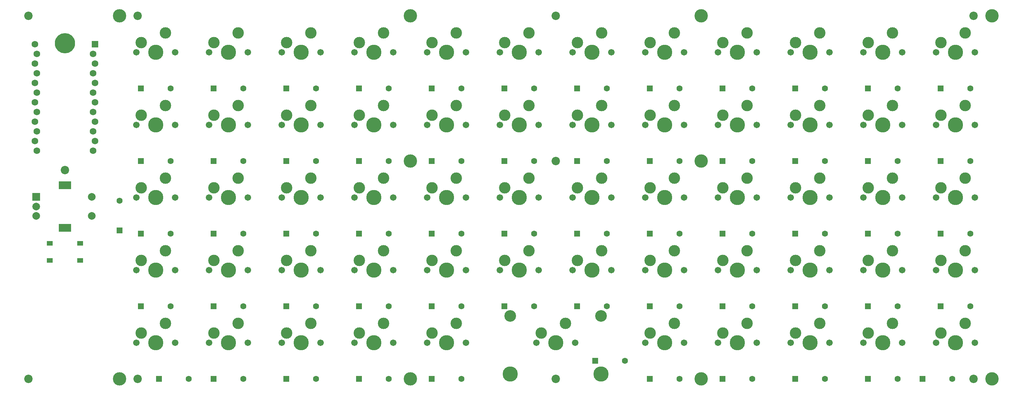
<source format=gbr>
G04 #@! TF.GenerationSoftware,KiCad,Pcbnew,(5.1.9)-1*
G04 #@! TF.CreationDate,2021-06-18T19:30:07-04:00*
G04 #@! TF.ProjectId,Mainpcb,4d61696e-7063-4622-9e6b-696361645f70,rev?*
G04 #@! TF.SameCoordinates,Original*
G04 #@! TF.FileFunction,Soldermask,Top*
G04 #@! TF.FilePolarity,Negative*
%FSLAX46Y46*%
G04 Gerber Fmt 4.6, Leading zero omitted, Abs format (unit mm)*
G04 Created by KiCad (PCBNEW (5.1.9)-1) date 2021-06-18 19:30:07*
%MOMM*%
%LPD*%
G01*
G04 APERTURE LIST*
%ADD10C,3.048000*%
%ADD11C,3.987800*%
%ADD12C,3.500000*%
%ADD13C,5.300000*%
%ADD14C,2.200000*%
%ADD15C,1.600000*%
%ADD16R,1.600000X1.600000*%
%ADD17R,2.000000X2.000000*%
%ADD18C,2.000000*%
%ADD19R,3.200000X2.000000*%
%ADD20R,1.550000X1.300000*%
%ADD21C,3.000000*%
%ADD22C,1.701800*%
%ADD23R,1.752600X1.752600*%
%ADD24C,1.752600*%
G04 APERTURE END LIST*
D10*
X147647000Y-100173000D03*
X171447000Y-100173000D03*
D11*
X147647000Y-115413000D03*
X171447000Y-115413000D03*
D12*
X273850000Y-116684000D03*
X273850000Y-21431700D03*
X197648000Y-116684000D03*
X197648000Y-59532500D03*
X197648000Y-21431700D03*
X121446000Y-116684000D03*
X121446000Y-59532500D03*
X121446000Y-21431700D03*
X45244700Y-116684000D03*
X45244700Y-21431700D03*
D13*
X30956900Y-28575600D03*
D14*
X269087000Y-116684000D03*
X269087000Y-21431700D03*
X159547000Y-116684000D03*
X159547000Y-59532500D03*
X159547000Y-21431700D03*
X50007300Y-116684000D03*
X50007300Y-21431700D03*
X30956900Y-61913800D03*
X21431700Y-116684000D03*
X21431700Y-21431700D03*
D15*
X45244700Y-69920300D03*
D16*
X45244700Y-77720300D03*
D15*
X263462000Y-116683000D03*
D16*
X255662000Y-116683000D03*
D15*
X249174000Y-116684000D03*
D16*
X241374000Y-116684000D03*
D15*
X230124000Y-116683000D03*
D16*
X222324000Y-116683000D03*
D15*
X211073000Y-116684000D03*
D16*
X203273000Y-116684000D03*
D15*
X192023000Y-116683000D03*
D16*
X184223000Y-116683000D03*
D15*
X177735000Y-111921000D03*
D16*
X169935000Y-111921000D03*
D15*
X134872000Y-116684000D03*
D16*
X127072000Y-116684000D03*
D15*
X115821000Y-116683000D03*
D16*
X108021000Y-116683000D03*
D15*
X96770700Y-116684000D03*
D16*
X88970700Y-116684000D03*
D15*
X77720300Y-116683000D03*
D16*
X69920300Y-116683000D03*
D15*
X63432500Y-116684000D03*
D16*
X55632500Y-116684000D03*
D15*
X268224000Y-97633300D03*
D16*
X260424000Y-97633300D03*
D15*
X249174000Y-97633300D03*
D16*
X241374000Y-97633300D03*
D15*
X230124000Y-97633300D03*
D16*
X222324000Y-97633300D03*
D15*
X211073000Y-97633300D03*
D16*
X203273000Y-97633300D03*
D15*
X192023000Y-97633300D03*
D16*
X184223000Y-97633300D03*
D15*
X172972000Y-97633300D03*
D16*
X165172000Y-97633300D03*
D15*
X153922000Y-97633300D03*
D16*
X146122000Y-97633300D03*
D15*
X134872000Y-97633300D03*
D16*
X127072000Y-97633300D03*
D15*
X115821000Y-97633300D03*
D16*
X108021000Y-97633300D03*
D15*
X96770700Y-97633300D03*
D16*
X88970700Y-97633300D03*
D15*
X77720300Y-97633300D03*
D16*
X69920300Y-97633300D03*
D15*
X58669900Y-97633300D03*
D16*
X50869900Y-97633300D03*
D15*
X268224000Y-78582900D03*
D16*
X260424000Y-78582900D03*
D15*
X249174000Y-78582900D03*
D16*
X241374000Y-78582900D03*
D15*
X230124000Y-78582900D03*
D16*
X222324000Y-78582900D03*
D15*
X211073000Y-78582900D03*
D16*
X203273000Y-78582900D03*
D15*
X192023000Y-78582900D03*
D16*
X184223000Y-78582900D03*
D15*
X172972000Y-78582900D03*
D16*
X165172000Y-78582900D03*
D15*
X153922000Y-78582900D03*
D16*
X146122000Y-78582900D03*
D15*
X134872000Y-78582900D03*
D16*
X127072000Y-78582900D03*
D15*
X115821000Y-78582900D03*
D16*
X108021000Y-78582900D03*
D15*
X96770700Y-78582900D03*
D16*
X88970700Y-78582900D03*
D15*
X77720300Y-78582900D03*
D16*
X69920300Y-78582900D03*
D15*
X58669900Y-78582900D03*
D16*
X50869900Y-78582900D03*
D15*
X268224000Y-59532500D03*
D16*
X260424000Y-59532500D03*
X241374000Y-59532500D03*
D15*
X249174000Y-59532500D03*
X230124000Y-59532500D03*
D16*
X222324000Y-59532500D03*
D15*
X211073000Y-59532500D03*
D16*
X203273000Y-59532500D03*
D15*
X192023000Y-59532500D03*
D16*
X184223000Y-59532500D03*
D15*
X172972000Y-59532500D03*
D16*
X165172000Y-59532500D03*
D15*
X153922000Y-59532500D03*
D16*
X146122000Y-59532500D03*
D15*
X134872000Y-59532500D03*
D16*
X127072000Y-59532500D03*
D15*
X115821000Y-59532500D03*
D16*
X108021000Y-59532500D03*
D15*
X96770700Y-59532500D03*
D16*
X88970700Y-59532500D03*
D15*
X77720300Y-59532500D03*
D16*
X69920300Y-59532500D03*
D15*
X58669900Y-59532500D03*
D16*
X50869900Y-59532500D03*
D15*
X268224000Y-40482100D03*
D16*
X260424000Y-40482100D03*
D15*
X249174000Y-40482100D03*
D16*
X241374000Y-40482100D03*
D15*
X230124000Y-40482100D03*
D16*
X222324000Y-40482100D03*
D15*
X211073000Y-40482100D03*
D16*
X203273000Y-40482100D03*
D15*
X192023000Y-40482100D03*
D16*
X184223000Y-40482100D03*
D15*
X172972000Y-40482100D03*
D16*
X165172000Y-40482100D03*
D15*
X153922000Y-40482100D03*
D16*
X146122000Y-40482100D03*
D15*
X134872000Y-40482100D03*
D16*
X127072000Y-40482100D03*
D15*
X115821000Y-40482100D03*
D16*
X108021000Y-40482100D03*
D15*
X96770700Y-40482100D03*
D16*
X88970700Y-40482100D03*
D15*
X77720300Y-40482100D03*
D16*
X69920300Y-40482100D03*
D15*
X58669900Y-40482100D03*
D16*
X50869900Y-40482100D03*
D17*
X23456900Y-68939000D03*
D18*
X23456900Y-71439000D03*
X23456900Y-73939000D03*
D19*
X30956900Y-77039000D03*
D18*
X37956900Y-68939000D03*
X37956900Y-73939000D03*
D19*
X30956900Y-65839000D03*
D20*
X26981900Y-85595500D03*
X26981900Y-81095500D03*
X34931900Y-81095500D03*
X34931900Y-85595500D03*
D21*
X266860000Y-102077000D03*
X260510000Y-104617000D03*
D11*
X264320000Y-107157000D03*
D22*
X269400000Y-107157000D03*
X259240000Y-107157000D03*
D21*
X247810000Y-102077000D03*
X241460000Y-104617000D03*
D11*
X245270000Y-107157000D03*
D22*
X250350000Y-107157000D03*
X240190000Y-107157000D03*
D21*
X228760000Y-102077000D03*
X222410000Y-104617000D03*
D11*
X226220000Y-107157000D03*
D22*
X231300000Y-107157000D03*
X221140000Y-107157000D03*
D21*
X209710000Y-102077000D03*
X203360000Y-104617000D03*
D11*
X207170000Y-107157000D03*
D22*
X212250000Y-107157000D03*
X202090000Y-107157000D03*
D21*
X190660000Y-102077000D03*
X184310000Y-104617000D03*
D11*
X188120000Y-107157000D03*
D22*
X193200000Y-107157000D03*
X183040000Y-107157000D03*
D21*
X162085000Y-102077000D03*
X155735000Y-104617000D03*
D11*
X159545000Y-107157000D03*
D22*
X164625000Y-107157000D03*
X154465000Y-107157000D03*
D21*
X133510000Y-102077000D03*
X127160000Y-104617000D03*
D11*
X130970000Y-107157000D03*
D22*
X136050000Y-107157000D03*
X125890000Y-107157000D03*
D21*
X114460000Y-102077000D03*
X108110000Y-104617000D03*
D11*
X111920000Y-107157000D03*
D22*
X117000000Y-107157000D03*
X106840000Y-107157000D03*
D21*
X95409700Y-102077000D03*
X89059700Y-104617000D03*
D11*
X92869700Y-107157000D03*
D22*
X97949700Y-107157000D03*
X87789700Y-107157000D03*
D21*
X76359700Y-102077000D03*
X70009700Y-104617000D03*
D11*
X73819700Y-107157000D03*
D22*
X78899700Y-107157000D03*
X68739700Y-107157000D03*
D21*
X57309700Y-102077000D03*
X50959700Y-104617000D03*
D11*
X54769700Y-107157000D03*
D22*
X59849700Y-107157000D03*
X49689700Y-107157000D03*
D21*
X266860000Y-83026700D03*
X260510000Y-85566700D03*
D11*
X264320000Y-88106700D03*
D22*
X269400000Y-88106700D03*
X259240000Y-88106700D03*
D21*
X247810000Y-83026700D03*
X241460000Y-85566700D03*
D11*
X245270000Y-88106700D03*
D22*
X250350000Y-88106700D03*
X240190000Y-88106700D03*
D21*
X228760000Y-83026700D03*
X222410000Y-85566700D03*
D11*
X226220000Y-88106700D03*
D22*
X231300000Y-88106700D03*
X221140000Y-88106700D03*
D21*
X209710000Y-83026700D03*
X203360000Y-85566700D03*
D11*
X207170000Y-88106700D03*
D22*
X212250000Y-88106700D03*
X202090000Y-88106700D03*
D21*
X190660000Y-83026700D03*
X184310000Y-85566700D03*
D11*
X188120000Y-88106700D03*
D22*
X193200000Y-88106700D03*
X183040000Y-88106700D03*
D21*
X171610000Y-83026700D03*
X165260000Y-85566700D03*
D11*
X169070000Y-88106700D03*
D22*
X174150000Y-88106700D03*
X163990000Y-88106700D03*
D21*
X152560000Y-83026700D03*
X146210000Y-85566700D03*
D11*
X150020000Y-88106700D03*
D22*
X155100000Y-88106700D03*
X144940000Y-88106700D03*
D21*
X133510000Y-83026700D03*
X127160000Y-85566700D03*
D11*
X130970000Y-88106700D03*
D22*
X136050000Y-88106700D03*
X125890000Y-88106700D03*
D21*
X114460000Y-83026700D03*
X108110000Y-85566700D03*
D11*
X111920000Y-88106700D03*
D22*
X117000000Y-88106700D03*
X106840000Y-88106700D03*
D21*
X95409700Y-83026700D03*
X89059700Y-85566700D03*
D11*
X92869700Y-88106700D03*
D22*
X97949700Y-88106700D03*
X87789700Y-88106700D03*
D21*
X76359700Y-83026700D03*
X70009700Y-85566700D03*
D11*
X73819700Y-88106700D03*
D22*
X78899700Y-88106700D03*
X68739700Y-88106700D03*
D21*
X57309700Y-83026700D03*
X50959700Y-85566700D03*
D11*
X54769700Y-88106700D03*
D22*
X59849700Y-88106700D03*
X49689700Y-88106700D03*
D21*
X266860000Y-63976700D03*
X260510000Y-66516700D03*
D11*
X264320000Y-69056700D03*
D22*
X269400000Y-69056700D03*
X259240000Y-69056700D03*
D21*
X247810000Y-63976700D03*
X241460000Y-66516700D03*
D11*
X245270000Y-69056700D03*
D22*
X250350000Y-69056700D03*
X240190000Y-69056700D03*
D21*
X228760000Y-63976700D03*
X222410000Y-66516700D03*
D11*
X226220000Y-69056700D03*
D22*
X231300000Y-69056700D03*
X221140000Y-69056700D03*
D21*
X209710000Y-63976700D03*
X203360000Y-66516700D03*
D11*
X207170000Y-69056700D03*
D22*
X212250000Y-69056700D03*
X202090000Y-69056700D03*
D21*
X190660000Y-63976700D03*
X184310000Y-66516700D03*
D11*
X188120000Y-69056700D03*
D22*
X193200000Y-69056700D03*
X183040000Y-69056700D03*
D21*
X171610000Y-63976700D03*
X165260000Y-66516700D03*
D11*
X169070000Y-69056700D03*
D22*
X174150000Y-69056700D03*
X163990000Y-69056700D03*
D21*
X152560000Y-63976700D03*
X146210000Y-66516700D03*
D11*
X150020000Y-69056700D03*
D22*
X155100000Y-69056700D03*
X144940000Y-69056700D03*
D21*
X133510000Y-63976700D03*
X127160000Y-66516700D03*
D11*
X130970000Y-69056700D03*
D22*
X136050000Y-69056700D03*
X125890000Y-69056700D03*
D21*
X114460000Y-63976700D03*
X108110000Y-66516700D03*
D11*
X111920000Y-69056700D03*
D22*
X117000000Y-69056700D03*
X106840000Y-69056700D03*
D21*
X95409700Y-63976700D03*
X89059700Y-66516700D03*
D11*
X92869700Y-69056700D03*
D22*
X97949700Y-69056700D03*
X87789700Y-69056700D03*
D21*
X76359700Y-63976700D03*
X70009700Y-66516700D03*
D11*
X73819700Y-69056700D03*
D22*
X78899700Y-69056700D03*
X68739700Y-69056700D03*
D21*
X57309700Y-63976700D03*
X50959700Y-66516700D03*
D11*
X54769700Y-69056700D03*
D22*
X59849700Y-69056700D03*
X49689700Y-69056700D03*
D21*
X266860000Y-44926700D03*
X260510000Y-47466700D03*
D11*
X264320000Y-50006700D03*
D22*
X269400000Y-50006700D03*
X259240000Y-50006700D03*
D21*
X247810000Y-44926700D03*
X241460000Y-47466700D03*
D11*
X245270000Y-50006700D03*
D22*
X250350000Y-50006700D03*
X240190000Y-50006700D03*
D21*
X228760000Y-44926700D03*
X222410000Y-47466700D03*
D11*
X226220000Y-50006700D03*
D22*
X231300000Y-50006700D03*
X221140000Y-50006700D03*
D21*
X209710000Y-44926700D03*
X203360000Y-47466700D03*
D11*
X207170000Y-50006700D03*
D22*
X212250000Y-50006700D03*
X202090000Y-50006700D03*
D21*
X190660000Y-44926700D03*
X184310000Y-47466700D03*
D11*
X188120000Y-50006700D03*
D22*
X193200000Y-50006700D03*
X183040000Y-50006700D03*
D21*
X171610000Y-44926700D03*
X165260000Y-47466700D03*
D11*
X169070000Y-50006700D03*
D22*
X174150000Y-50006700D03*
X163990000Y-50006700D03*
D21*
X152560000Y-44926700D03*
X146210000Y-47466700D03*
D11*
X150020000Y-50006700D03*
D22*
X155100000Y-50006700D03*
X144940000Y-50006700D03*
D21*
X133510000Y-44926700D03*
X127160000Y-47466700D03*
D11*
X130970000Y-50006700D03*
D22*
X136050000Y-50006700D03*
X125890000Y-50006700D03*
D21*
X114460000Y-44926700D03*
X108110000Y-47466700D03*
D11*
X111920000Y-50006700D03*
D22*
X117000000Y-50006700D03*
X106840000Y-50006700D03*
D21*
X95409700Y-44926700D03*
X89059700Y-47466700D03*
D11*
X92869700Y-50006700D03*
D22*
X97949700Y-50006700D03*
X87789700Y-50006700D03*
D21*
X76359700Y-44926700D03*
X70009700Y-47466700D03*
D11*
X73819700Y-50006700D03*
D22*
X78899700Y-50006700D03*
X68739700Y-50006700D03*
D21*
X57309700Y-44926700D03*
X50959700Y-47466700D03*
D11*
X54769700Y-50006700D03*
D22*
X59849700Y-50006700D03*
X49689700Y-50006700D03*
D21*
X266860000Y-25876700D03*
X260510000Y-28416700D03*
D11*
X264320000Y-30956700D03*
D22*
X269400000Y-30956700D03*
X259240000Y-30956700D03*
D21*
X247810000Y-25876700D03*
X241460000Y-28416700D03*
D11*
X245270000Y-30956700D03*
D22*
X250350000Y-30956700D03*
X240190000Y-30956700D03*
D21*
X228760000Y-25876700D03*
X222410000Y-28416700D03*
D11*
X226220000Y-30956700D03*
D22*
X231300000Y-30956700D03*
X221140000Y-30956700D03*
D21*
X209710000Y-25876700D03*
X203360000Y-28416700D03*
D11*
X207170000Y-30956700D03*
D22*
X212250000Y-30956700D03*
X202090000Y-30956700D03*
D21*
X190660000Y-25876700D03*
X184310000Y-28416700D03*
D11*
X188120000Y-30956700D03*
D22*
X193200000Y-30956700D03*
X183040000Y-30956700D03*
D21*
X171610000Y-25876700D03*
X165260000Y-28416700D03*
D11*
X169070000Y-30956700D03*
D22*
X174150000Y-30956700D03*
X163990000Y-30956700D03*
D21*
X152560000Y-25876700D03*
X146210000Y-28416700D03*
D11*
X150020000Y-30956700D03*
D22*
X155100000Y-30956700D03*
X144940000Y-30956700D03*
D21*
X133510000Y-25876700D03*
X127160000Y-28416700D03*
D11*
X130970000Y-30956700D03*
D22*
X136050000Y-30956700D03*
X125890000Y-30956700D03*
D21*
X114460000Y-25876700D03*
X108110000Y-28416700D03*
D11*
X111920000Y-30956700D03*
D22*
X117000000Y-30956700D03*
X106840000Y-30956700D03*
D21*
X95409700Y-25876700D03*
X89059700Y-28416700D03*
D11*
X92869700Y-30956700D03*
D22*
X97949700Y-30956700D03*
X87789700Y-30956700D03*
D21*
X76359700Y-25876700D03*
X70009700Y-28416700D03*
D11*
X73819700Y-30956700D03*
D22*
X78899700Y-30956700D03*
X68739700Y-30956700D03*
D21*
X57309700Y-25876700D03*
X50959700Y-28416700D03*
D11*
X54769700Y-30956700D03*
D22*
X59849700Y-30956700D03*
X49689700Y-30956700D03*
D23*
X38805500Y-28893400D03*
D24*
X38348300Y-31433400D03*
X38805500Y-33973400D03*
X38348300Y-36513400D03*
X38805500Y-39053400D03*
X38348300Y-41593400D03*
X38805500Y-44133400D03*
X38348300Y-46673400D03*
X38805500Y-49213400D03*
X38348300Y-51753400D03*
X38805500Y-54293400D03*
X23565500Y-56833400D03*
X23108300Y-54293400D03*
X23565500Y-51753400D03*
X23108300Y-49213400D03*
X23565500Y-46673400D03*
X23108300Y-44133400D03*
X23565500Y-41593400D03*
X23108300Y-39053400D03*
X23565500Y-36513400D03*
X23108300Y-33973400D03*
X23565500Y-31433400D03*
X38348300Y-56833400D03*
X23108300Y-28893400D03*
M02*

</source>
